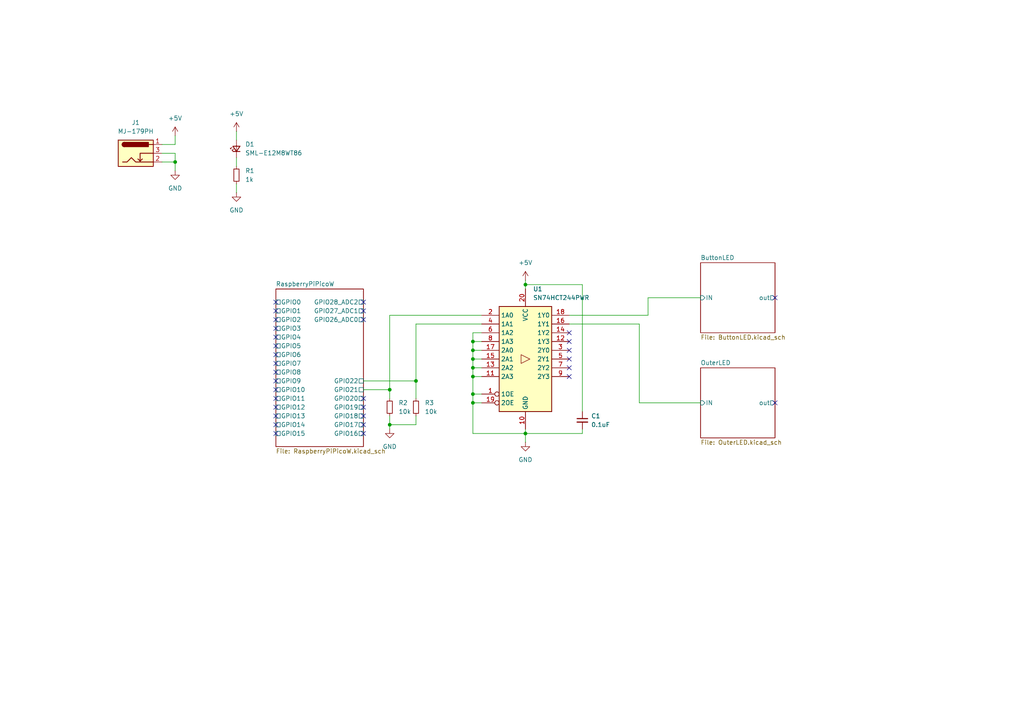
<source format=kicad_sch>
(kicad_sch (version 20231120) (generator "eeschema") (generator_version "8.0")
  (paper "A4")
  (title_block (title "SONY Speaker LED Small") (company "ProductYZ"))
  (lib_symbols
    (symbol "74xx:74HCT244"
      (property "Reference" "U" (at -7.62 16.51 0))
      (property "Value" "74HCT244" (at -7.62 -16.51 0))
      (symbol "74HCT244_1_0"
        (polyline (pts (xy 1.27 0) (xy -1.27 1.27) (xy -1.27 -1.27) (xy 1.27 0)) (stroke (width 0.1524)))
        (pin input inverted (at -12.7 -10.16 0) (length 5.08) (name "1OE") (number "1"))
        (pin power_in line (at 0 -20.32 90) (length 5.08) (name "GND") (number "10"))
        (pin input line (at -12.7 -5.08 0) (length 5.08) (name "2A3") (number "11"))
        (pin tri_state line (at 12.7 5.08 180) (length 5.08) (name "1Y3") (number "12"))
        (pin input line (at -12.7 -2.54 0) (length 5.08) (name "2A2") (number "13"))
        (pin tri_state line (at 12.7 7.62 180) (length 5.08) (name "1Y2") (number "14"))
        (pin input line (at -12.7 0 0) (length 5.08) (name "2A1") (number "15"))
        (pin tri_state line (at 12.7 10.16 180) (length 5.08) (name "1Y1") (number "16"))
        (pin input line (at -12.7 2.54 0) (length 5.08) (name "2A0") (number "17"))
        (pin tri_state line (at 12.7 12.7 180) (length 5.08) (name "1Y0") (number "18"))
        (pin input inverted (at -12.7 -12.7 0) (length 5.08) (name "2OE") (number "19"))
        (pin input line (at -12.7 12.7 0) (length 5.08) (name "1A0") (number "2"))
        (pin power_in line (at 0 20.32 270) (length 5.08) (name "VCC") (number "20"))
        (pin tri_state line (at 12.7 2.54 180) (length 5.08) (name "2Y0") (number "3"))
        (pin input line (at -12.7 10.16 0) (length 5.08) (name "1A1") (number "4"))
        (pin tri_state line (at 12.7 0 180) (length 5.08) (name "2Y1") (number "5"))
        (pin input line (at -12.7 7.62 0) (length 5.08) (name "1A2") (number "6"))
        (pin tri_state line (at 12.7 -2.54 180) (length 5.08) (name "2Y2") (number "7"))
        (pin input line (at -12.7 5.08 0) (length 5.08) (name "1A3") (number "8"))
        (pin tri_state line (at 12.7 -5.08 180) (length 5.08) (name "2Y3") (number "9"))
      )
      (symbol "74HCT244_1_1"
        (rectangle (start -7.62 15.24) (end 7.62 -15.24) (stroke (width 0.254)) (fill (type background)))
      )
    )
    (symbol "Connector:Barrel_Jack_Switch" (pin_names hide)
      (property "Reference" "J" (at 0 5.334 0))
      (property "Value" "Barrel_Jack_Switch" (at 0 -5.08 0))
      (symbol "Barrel_Jack_Switch_0_1"
        (rectangle (start -5.08 3.81) (end 5.08 -3.81) (stroke (width 0.254)) (fill (type background)))
        (arc (start -3.302 3.175) (mid -3.9343 2.54) (end -3.302 1.905) (stroke (width 0.254)))
        (arc (start -3.302 3.175) (mid -3.9343 2.54) (end -3.302 1.905) (stroke (width 0.254)) (fill (type outline)))
        (polyline (pts (xy 1.27 -2.286) (xy 1.905 -1.651)) (stroke (width 0.254)))
        (polyline (pts (xy 5.08 2.54) (xy 3.81 2.54)) (stroke (width 0.254)))
        (polyline (pts (xy 5.08 0) (xy 1.27 0) (xy 1.27 -2.286) (xy 0.635 -1.651)) (stroke (width 0.254)))
        (polyline (pts (xy -3.81 -2.54) (xy -2.54 -2.54) (xy -1.27 -1.27) (xy 0 -2.54) (xy 2.54 -2.54) (xy 5.08 -2.54)) (stroke (width 0.254)))
        (rectangle (start 3.683 3.175) (end -3.302 1.905) (stroke (width 0.254)) (fill (type outline)))
      )
      (symbol "Barrel_Jack_Switch_1_1"
        (pin passive line (at 7.62 2.54 180) (length 2.54) (name "~") (number "1"))
        (pin passive line (at 7.62 -2.54 180) (length 2.54) (name "~") (number "2"))
        (pin passive line (at 7.62 0 180) (length 2.54) (name "~") (number "3"))
      )
    )
    (symbol "Device:C_Small" (pin_numbers hide) (pin_names (offset 0.254) hide)
      (property "Reference" "C" (at 0.254 1.778 0))
      (property "Value" "C_Small" (at 0.254 -2.032 0))
      (symbol "C_Small_0_1"
        (polyline (pts (xy -1.524 -0.508) (xy 1.524 -0.508)) (stroke (width 0.3302)))
        (polyline (pts (xy -1.524 0.508) (xy 1.524 0.508)) (stroke (width 0.3048)))
      )
      (symbol "C_Small_1_1"
        (pin passive line (at 0 2.54 270) (length 2.032) (name "~") (number "1"))
        (pin passive line (at 0 -2.54 90) (length 2.032) (name "~") (number "2"))
      )
    )
    (symbol "Device:LED_Small" (pin_numbers hide) (pin_names (offset 0.254) hide)
      (property "Reference" "D" (at -1.27 3.175 0))
      (property "Value" "LED_Small" (at -4.445 -2.54 0))
      (symbol "LED_Small_0_1"
        (polyline (pts (xy -0.762 -1.016) (xy -0.762 1.016)) (stroke (width 0.254)))
        (polyline (pts (xy 1.016 0) (xy -0.762 0)))
        (polyline (pts (xy 0.762 -1.016) (xy -0.762 0) (xy 0.762 1.016) (xy 0.762 -1.016)) (stroke (width 0.254)))
        (polyline (pts (xy 0 0.762) (xy -0.508 1.27) (xy -0.254 1.27) (xy -0.508 1.27) (xy -0.508 1.016)))
        (polyline (pts (xy 0.508 1.27) (xy 0 1.778) (xy 0.254 1.778) (xy 0 1.778) (xy 0 1.524)))
      )
      (symbol "LED_Small_1_1"
        (pin passive line (at -2.54 0 0) (length 1.778) (name "K") (number "1"))
        (pin passive line (at 2.54 0 180) (length 1.778) (name "A") (number "2"))
      )
    )
    (symbol "Device:R_Small" (pin_numbers hide) (pin_names (offset 0.254) hide)
      (property "Reference" "R" (at 0.762 0.508 0))
      (property "Value" "R_Small" (at 0.762 -1.016 0))
      (symbol "R_Small_0_1"
        (rectangle (start -0.762 1.778) (end 0.762 -1.778) (stroke (width 0.2032)))
      )
      (symbol "R_Small_1_1"
        (pin passive line (at 0 2.54 270) (length 0.762) (name "~") (number "1"))
        (pin passive line (at 0 -2.54 90) (length 0.762) (name "~") (number "2"))
      )
    )
    (symbol "power:+5V" (power) (pin_numbers hide) (pin_names (offset 0) hide)
      (property "Value" "+5V" (at 0 3.556 0))
      (symbol "+5V_0_1"
        (polyline (pts (xy -0.762 1.27) (xy 0 2.54)))
        (polyline (pts (xy 0 0) (xy 0 2.54)))
        (polyline (pts (xy 0 2.54) (xy 0.762 1.27)))
      )
      (symbol "+5V_1_1"
        (pin power_in line (at 0 0 90) (length 0) (name "~") (number "1"))
      )
    )
    (symbol "power:GND" (power) (pin_numbers hide) (pin_names (offset 0) hide)
      (property "Value" "GND" (at 0 -3.81 0))
      (symbol "GND_0_1"
        (polyline (pts (xy 0 0) (xy 0 -1.27) (xy 1.27 -1.27) (xy 0 -2.54) (xy -1.27 -1.27) (xy 0 -1.27)))
      )
      (symbol "GND_1_1"
        (pin power_in line (at 0 0 270) (length 0) (name "~") (number "1"))
      )
    )
  )
  (junction (at 137.16 106.68))
  (junction (at 113.03 113.03))
  (junction (at 50.8 46.99))
  (junction (at 120.65 110.49))
  (junction (at 152.4 82.55))
  (junction (at 137.16 116.84))
  (junction (at 152.4 125.73))
  (junction (at 137.16 99.06))
  (junction (at 137.16 101.6))
  (junction (at 137.16 114.3))
  (junction (at 137.16 109.22))
  (junction (at 137.16 104.14))
  (junction (at 113.03 123.19))
  (no_connect (at 80.01 107.95))
  (no_connect (at 105.41 115.57))
  (no_connect (at 224.79 86.36))
  (no_connect (at 80.01 90.17))
  (no_connect (at 80.01 105.41))
  (no_connect (at 80.01 113.03))
  (no_connect (at 80.01 125.73))
  (no_connect (at 165.1 99.06))
  (no_connect (at 105.41 90.17))
  (no_connect (at 80.01 118.11))
  (no_connect (at 80.01 95.25))
  (no_connect (at 80.01 110.49))
  (no_connect (at 165.1 106.68))
  (no_connect (at 105.41 123.19))
  (no_connect (at 224.79 116.84))
  (no_connect (at 105.41 125.73))
  (no_connect (at 105.41 118.11))
  (no_connect (at 165.1 101.6))
  (no_connect (at 80.01 102.87))
  (no_connect (at 105.41 120.65))
  (no_connect (at 165.1 104.14))
  (no_connect (at 80.01 100.33))
  (no_connect (at 80.01 115.57))
  (no_connect (at 80.01 92.71))
  (no_connect (at 80.01 123.19))
  (no_connect (at 105.41 92.71))
  (no_connect (at 80.01 120.65))
  (no_connect (at 165.1 109.22))
  (no_connect (at 80.01 87.63))
  (no_connect (at 165.1 96.52))
  (no_connect (at 105.41 87.63))
  (no_connect (at 80.01 97.79))
  (wire (pts (xy 187.96 91.44) (xy 187.96 86.36)))
  (wire (pts (xy 137.16 116.84) (xy 139.7 116.84)))
  (wire (pts (xy 50.8 46.99) (xy 50.8 49.53)))
  (wire (pts (xy 168.91 82.55) (xy 152.4 82.55)))
  (wire (pts (xy 68.58 38.1) (xy 68.58 40.64)))
  (wire (pts (xy 50.8 44.45) (xy 50.8 46.99)))
  (wire (pts (xy 137.16 125.73) (xy 152.4 125.73)))
  (wire (pts (xy 165.1 93.98) (xy 185.42 93.98)))
  (wire (pts (xy 168.91 125.73) (xy 152.4 125.73)))
  (wire (pts (xy 152.4 82.55) (xy 152.4 83.82)))
  (wire (pts (xy 139.7 93.98) (xy 120.65 93.98)))
  (wire (pts (xy 137.16 109.22) (xy 137.16 114.3)))
  (wire (pts (xy 137.16 106.68) (xy 139.7 106.68)))
  (wire (pts (xy 120.65 110.49) (xy 105.41 110.49)))
  (wire (pts (xy 50.8 41.91) (xy 50.8 39.37)))
  (wire (pts (xy 113.03 123.19) (xy 120.65 123.19)))
  (wire (pts (xy 137.16 96.52) (xy 137.16 99.06)))
  (wire (pts (xy 137.16 99.06) (xy 139.7 99.06)))
  (wire (pts (xy 152.4 124.46) (xy 152.4 125.73)))
  (wire (pts (xy 68.58 45.72) (xy 68.58 48.26)))
  (wire (pts (xy 137.16 99.06) (xy 137.16 101.6)))
  (wire (pts (xy 113.03 113.03) (xy 105.41 113.03)))
  (wire (pts (xy 137.16 116.84) (xy 137.16 125.73)))
  (wire (pts (xy 168.91 124.46) (xy 168.91 125.73)))
  (wire (pts (xy 165.1 91.44) (xy 187.96 91.44)))
  (wire (pts (xy 139.7 91.44) (xy 113.03 91.44)))
  (wire (pts (xy 137.16 106.68) (xy 137.16 109.22)))
  (wire (pts (xy 152.4 125.73) (xy 152.4 128.27)))
  (wire (pts (xy 139.7 96.52) (xy 137.16 96.52)))
  (wire (pts (xy 185.42 93.98) (xy 185.42 116.84)))
  (wire (pts (xy 168.91 119.38) (xy 168.91 82.55)))
  (wire (pts (xy 137.16 101.6) (xy 137.16 104.14)))
  (wire (pts (xy 46.99 41.91) (xy 50.8 41.91)))
  (wire (pts (xy 152.4 81.28) (xy 152.4 82.55)))
  (wire (pts (xy 68.58 53.34) (xy 68.58 55.88)))
  (wire (pts (xy 113.03 113.03) (xy 113.03 115.57)))
  (wire (pts (xy 185.42 116.84) (xy 203.2 116.84)))
  (wire (pts (xy 113.03 120.65) (xy 113.03 123.19)))
  (wire (pts (xy 137.16 104.14) (xy 139.7 104.14)))
  (wire (pts (xy 137.16 101.6) (xy 139.7 101.6)))
  (wire (pts (xy 120.65 120.65) (xy 120.65 123.19)))
  (wire (pts (xy 137.16 109.22) (xy 139.7 109.22)))
  (wire (pts (xy 46.99 44.45) (xy 50.8 44.45)))
  (wire (pts (xy 137.16 114.3) (xy 139.7 114.3)))
  (wire (pts (xy 137.16 104.14) (xy 137.16 106.68)))
  (wire (pts (xy 46.99 46.99) (xy 50.8 46.99)))
  (wire (pts (xy 120.65 110.49) (xy 120.65 115.57)))
  (wire (pts (xy 137.16 114.3) (xy 137.16 116.84)))
  (wire (pts (xy 113.03 91.44) (xy 113.03 113.03)))
  (wire (pts (xy 187.96 86.36) (xy 203.2 86.36)))
  (wire (pts (xy 120.65 93.98) (xy 120.65 110.49)))
  (wire (pts (xy 113.03 123.19) (xy 113.03 124.46)))
  (symbol (lib_id "74xx:74HCT244") (at 152.4 104.14 0) (unit 1)
    (property "Reference" "U1" (at 154.5941 83.82 0) (effects (justify left)))
    (property "Value" "SN74HCT244PWR" (at 154.5941 86.36 0) (effects (justify left)))
    (property "Datasheet" "https://assets.nexperia.com/documents/data-sheet/74HC_HCT244.pdf" (effects (hide yes)))
    (property "Description" "8-bit Buffer/Line Driver 3-state" (effects (hide yes)))
  )
  (symbol (lib_id "Device:R_Small") (at 68.58 50.8 0) (unit 1)
    (property "Reference" "R1" (at 71.12 49.5299 0) (effects (justify left)))
    (property "Value" "1k" (at 71.12 52.0699 0) (effects (justify left)))
    (property "Description" "Resistor, small symbol" (effects (hide yes)))
  )
  (symbol (lib_id "power:GND") (at 113.03 124.46 0) (unit 1)
    (property "Reference" "#PWR05" (effects (hide yes)))
    (property "Value" "GND" (at 113.03 129.54 0))
    (property "Description" "Power symbol creates a global label with name \"GND\" , ground" (effects (hide yes)))
  )
  (symbol (lib_id "power:+5V") (at 68.58 38.1 0) (unit 1)
    (property "Reference" "#PWR03" (effects (hide yes)))
    (property "Value" "+5V" (at 68.58 33.02 0))
    (property "Description" "Power symbol creates a global label with name \"+5V\"" (effects (hide yes)))
  )
  (symbol (lib_id "Device:LED_Small") (at 68.58 43.18 90) (unit 1)
    (property "Reference" "D1" (at 71.12 41.8464 90) (effects (justify right)))
    (property "Value" "SML-E12M8WT86" (at 71.12 44.3864 90) (effects (justify right)))
    (property "Description" "Light emitting diode, small symbol" (effects (hide yes)))
  )
  (symbol (lib_id "Device:R_Small") (at 113.03 118.11 0) (unit 1)
    (property "Reference" "R2" (at 115.57 116.8399 0) (effects (justify left)))
    (property "Value" "10k" (at 115.57 119.3799 0) (effects (justify left)))
    (property "Description" "Resistor, small symbol" (effects (hide yes)))
  )
  (symbol (lib_id "power:+5V") (at 152.4 81.28 0) (unit 1)
    (property "Reference" "#PWR06" (effects (hide yes)))
    (property "Value" "+5V" (at 152.4 76.2 0))
    (property "Description" "Power symbol creates a global label with name \"+5V\"" (effects (hide yes)))
  )
  (symbol (lib_id "Device:R_Small") (at 120.65 118.11 0) (unit 1)
    (property "Reference" "R3" (at 123.19 116.8399 0) (effects (justify left)))
    (property "Value" "10k" (at 123.19 119.3799 0) (effects (justify left)))
    (property "Description" "Resistor, small symbol" (effects (hide yes)))
  )
  (symbol (lib_id "power:GND") (at 68.58 55.88 0) (unit 1)
    (property "Reference" "#PWR04" (effects (hide yes)))
    (property "Value" "GND" (at 68.58 60.96 0))
    (property "Description" "Power symbol creates a global label with name \"GND\" , ground" (effects (hide yes)))
  )
  (symbol (lib_id "power:GND") (at 50.8 49.53 0) (unit 1)
    (property "Reference" "#PWR02" (effects (hide yes)))
    (property "Value" "GND" (at 50.8 54.61 0))
    (property "Description" "Power symbol creates a global label with name \"GND\" , ground" (effects (hide yes)))
  )
  (symbol (lib_id "power:+5V") (at 50.8 39.37 0) (unit 1)
    (property "Reference" "#PWR01" (effects (hide yes)))
    (property "Value" "+5V" (at 50.8 34.29 0))
    (property "Description" "Power symbol creates a global label with name \"+5V\"" (effects (hide yes)))
  )
  (symbol (lib_id "Connector:Barrel_Jack_Switch") (at 39.37 44.45 0) (unit 1)
    (property "Reference" "J1" (at 39.37 35.56 0))
    (property "Value" "MJ-179PH" (at 39.37 38.1 0))
    (property "Description" "DC Barrel Jack with an internal switch" (effects (hide yes)))
  )
  (symbol (lib_id "power:GND") (at 152.4 128.27 0) (unit 1)
    (property "Reference" "#PWR07" (effects (hide yes)))
    (property "Value" "GND" (at 152.4 133.35 0))
    (property "Description" "Power symbol creates a global label with name \"GND\" , ground" (effects (hide yes)))
  )
  (symbol (lib_id "Device:C_Small") (at 168.91 121.92 0) (unit 1)
    (property "Reference" "C1" (at 171.45 120.6562 0) (effects (justify left)))
    (property "Value" "0.1uF" (at 171.45 123.1962 0) (effects (justify left)))
    (property "Description" "Unpolarized capacitor, small symbol" (effects (hide yes)))
  )
  (sheet (at 80.01 83.82) (size 25.4 45.72) (stroke (width 0.1524))
    (property "Sheetname" "RaspberryPiPicoW" (at 80.01 83.1084 0) (effects (justify left bottom)))
    (property "Sheetfile" "RaspberryPiPicoW.kicad_sch" (at 80.01 130.1246 0) (effects (justify left top)))
    (pin "GPIO8" passive (at 80.01 107.95 180))
    (pin "GPIO9" passive (at 80.01 110.49 180))
    (pin "GPIO5" passive (at 80.01 100.33 180))
    (pin "GPIO7" passive (at 80.01 105.41 180))
    (pin "GPIO6" passive (at 80.01 102.87 180))
    (pin "GPIO2" passive (at 80.01 92.71 180))
    (pin "GPIO1" passive (at 80.01 90.17 180))
    (pin "GPIO0" passive (at 80.01 87.63 180))
    (pin "GPIO3" passive (at 80.01 95.25 180))
    (pin "GPIO4" passive (at 80.01 97.79 180))
    (pin "GPIO26_ADC0" passive (at 105.41 92.71 0))
    (pin "GPIO28_ADC2" passive (at 105.41 87.63 0))
    (pin "GPIO27_ADC1" passive (at 105.41 90.17 0))
    (pin "GPIO21" passive (at 105.41 113.03 0))
    (pin "GPIO19" passive (at 105.41 118.11 0))
    (pin "GPIO17" passive (at 105.41 123.19 0))
    (pin "GPIO18" passive (at 105.41 120.65 0))
    (pin "GPIO20" passive (at 105.41 115.57 0))
    (pin "GPIO22" passive (at 105.41 110.49 0))
    (pin "GPIO16" passive (at 105.41 125.73 0))
    (pin "GPIO13" passive (at 80.01 120.65 180))
    (pin "GPIO14" passive (at 80.01 123.19 180))
    (pin "GPIO12" passive (at 80.01 118.11 180))
    (pin "GPIO15" passive (at 80.01 125.73 180))
    (pin "GPIO11" passive (at 80.01 115.57 180))
    (pin "GPIO10" passive (at 80.01 113.03 180))
  )
  (sheet (at 203.2 76.2) (size 21.59 20.32) (stroke (width 0.1524))
    (property "Sheetname" "ButtonLED" (at 203.2 75.4884 0) (effects (justify left bottom)))
    (property "Sheetfile" "ButtonLED.kicad_sch" (at 203.2 97.1046 0) (effects (justify left top)))
    (pin "out" output (at 224.79 86.36 0))
    (pin "IN" input (at 203.2 86.36 180))
  )
  (sheet (at 203.2 106.68) (size 21.59 20.32) (stroke (width 0.1524))
    (property "Sheetname" "OuterLED" (at 203.2 105.9684 0) (effects (justify left bottom)))
    (property "Sheetfile" "OuterLED.kicad_sch" (at 203.2 127.5846 0) (effects (justify left top)))
    (pin "out" output (at 224.79 116.84 0))
    (pin "IN" input (at 203.2 116.84 180))
  )
)
</source>
